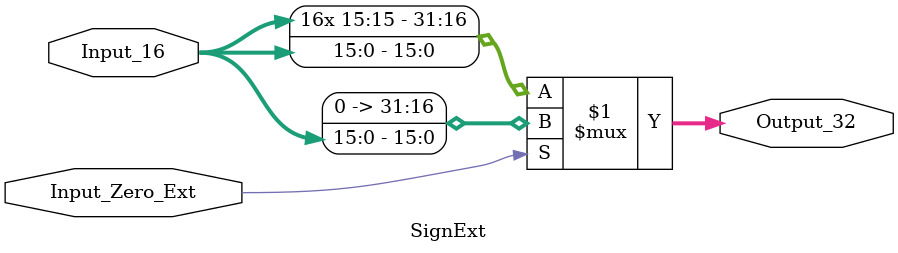
<source format=v>
`timescale 1ns / 1ps


module SignExt(
    input [15:0] Input_16,
    input Input_Zero_Ext,
    output [31:0] Output_32
    );
    assign Output_32 = Input_Zero_Ext ? {16'b0, Input_16[15:0]} : {{16{Input_16[15]}}, Input_16[15:0]};
endmodule

</source>
